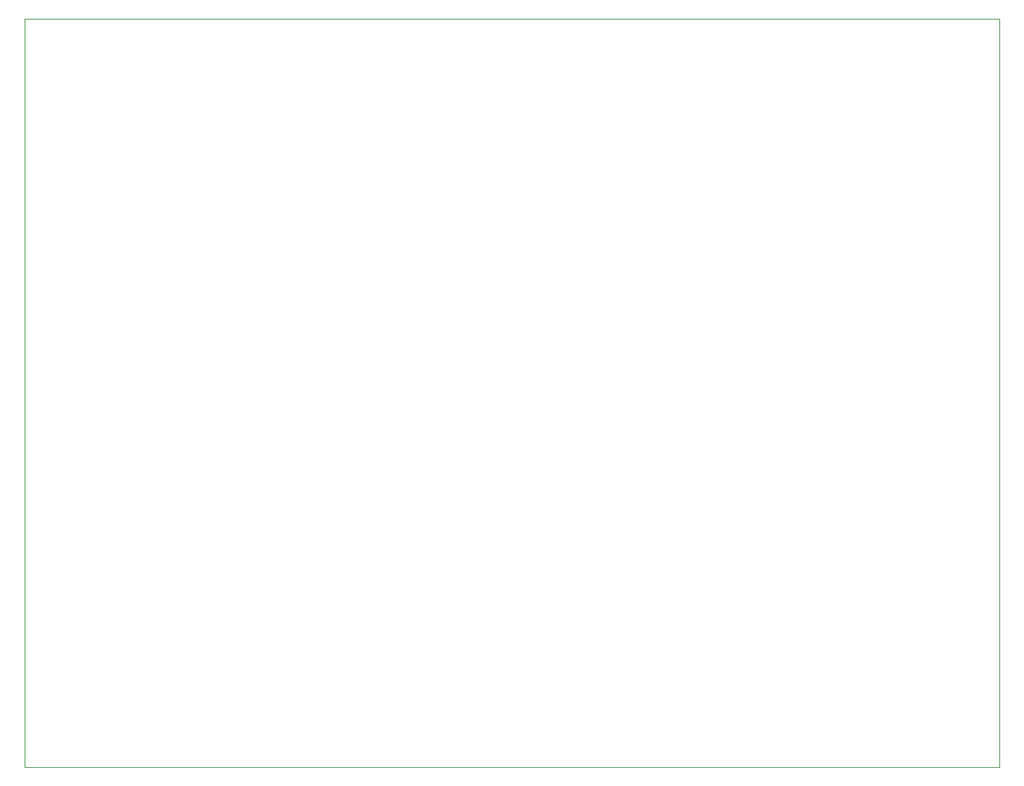
<source format=gbr>
%TF.GenerationSoftware,KiCad,Pcbnew,(5.1.9)-1*%
%TF.CreationDate,2021-01-05T00:42:27-05:00*%
%TF.ProjectId,Smart_Reciever_Max,536d6172-745f-4526-9563-69657665725f,v1*%
%TF.SameCoordinates,Original*%
%TF.FileFunction,Profile,NP*%
%FSLAX46Y46*%
G04 Gerber Fmt 4.6, Leading zero omitted, Abs format (unit mm)*
G04 Created by KiCad (PCBNEW (5.1.9)-1) date 2021-01-05 00:42:27*
%MOMM*%
%LPD*%
G01*
G04 APERTURE LIST*
%TA.AperFunction,Profile*%
%ADD10C,0.050000*%
%TD*%
G04 APERTURE END LIST*
D10*
X100000000Y-68500000D02*
X100000000Y-156000000D01*
X214000000Y-68500000D02*
X100000000Y-68500000D01*
X214000000Y-156000000D02*
X214000000Y-68500000D01*
X100000000Y-156000000D02*
X214000000Y-156000000D01*
M02*

</source>
